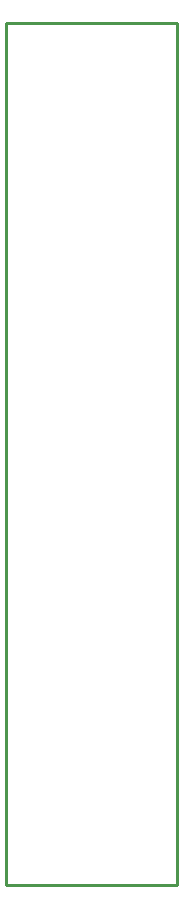
<source format=gbo>
G75*
G70*
%OFA0B0*%
%FSLAX24Y24*%
%IPPOS*%
%LPD*%
%AMOC8*
5,1,8,0,0,1.08239X$1,22.5*
%
%ADD10C,0.0100*%
D10*
X000151Y000151D02*
X000151Y028891D01*
X005860Y028891D01*
X005860Y000151D01*
X000151Y000151D01*
M02*

</source>
